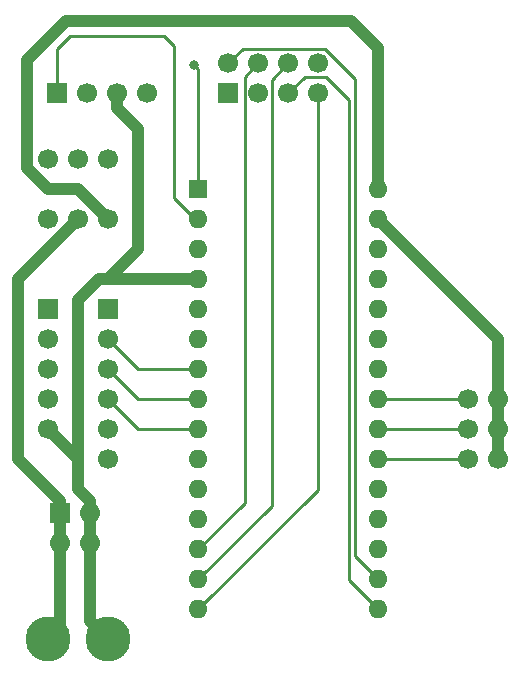
<source format=gbr>
%TF.GenerationSoftware,KiCad,Pcbnew,7.0.6*%
%TF.CreationDate,2023-11-15T18:28:15-08:00*%
%TF.ProjectId,Project 2,50726f6a-6563-4742-9032-2e6b69636164,rev?*%
%TF.SameCoordinates,Original*%
%TF.FileFunction,Copper,L1,Top*%
%TF.FilePolarity,Positive*%
%FSLAX46Y46*%
G04 Gerber Fmt 4.6, Leading zero omitted, Abs format (unit mm)*
G04 Created by KiCad (PCBNEW 7.0.6) date 2023-11-15 18:28:15*
%MOMM*%
%LPD*%
G01*
G04 APERTURE LIST*
%TA.AperFunction,ComponentPad*%
%ADD10C,1.700000*%
%TD*%
%TA.AperFunction,ComponentPad*%
%ADD11R,1.700000X1.700000*%
%TD*%
%TA.AperFunction,ComponentPad*%
%ADD12R,1.600000X1.600000*%
%TD*%
%TA.AperFunction,ComponentPad*%
%ADD13O,1.600000X1.600000*%
%TD*%
%TA.AperFunction,ComponentPad*%
%ADD14C,3.800000*%
%TD*%
%TA.AperFunction,ViaPad*%
%ADD15C,0.800000*%
%TD*%
%TA.AperFunction,Conductor*%
%ADD16C,1.000000*%
%TD*%
%TA.AperFunction,Conductor*%
%ADD17C,0.250000*%
%TD*%
G04 APERTURE END LIST*
D10*
%TO.P,REF\u002A\u002A,1*%
%TO.N,N/C*%
X170180000Y-81280000D03*
%TO.P,REF\u002A\u002A,2*%
X167640000Y-81280000D03*
%TO.P,REF\u002A\u002A,3*%
X170180000Y-83820000D03*
%TO.P,REF\u002A\u002A,4*%
X167640000Y-83820000D03*
%TO.P,REF\u002A\u002A,5*%
X170180000Y-86360000D03*
%TO.P,REF\u002A\u002A,6*%
X167640000Y-86360000D03*
%TD*%
D11*
%TO.P,REF\u002A\u002A,1*%
%TO.N,N/C*%
X133096000Y-90932000D03*
D10*
%TO.P,REF\u002A\u002A,2*%
X133096000Y-93472000D03*
%TO.P,REF\u002A\u002A,3*%
X135636000Y-90932000D03*
%TO.P,REF\u002A\u002A,4*%
X135636000Y-93472000D03*
%TD*%
D12*
%TO.P,A1,1*%
%TO.N,N/C*%
X144780000Y-63500000D03*
D13*
%TO.P,A1,2*%
X144780000Y-66040000D03*
%TO.P,A1,3*%
X144780000Y-68580000D03*
%TO.P,A1,4*%
X144780000Y-71120000D03*
%TO.P,A1,5*%
X144780000Y-73660000D03*
%TO.P,A1,6*%
X144780000Y-76200000D03*
%TO.P,A1,7*%
X144780000Y-78740000D03*
%TO.P,A1,8*%
X144780000Y-81280000D03*
%TO.P,A1,9*%
X144780000Y-83820000D03*
%TO.P,A1,10*%
X144780000Y-86360000D03*
%TO.P,A1,11*%
X144780000Y-88900000D03*
%TO.P,A1,12*%
X144780000Y-91440000D03*
%TO.P,A1,13*%
X144780000Y-93980000D03*
%TO.P,A1,14*%
X144780000Y-96520000D03*
%TO.P,A1,15*%
X144780000Y-99060000D03*
%TO.P,A1,16*%
X160020000Y-99060000D03*
%TO.P,A1,17*%
X160020000Y-96520000D03*
%TO.P,A1,18*%
X160020000Y-93980000D03*
%TO.P,A1,19*%
X160020000Y-91440000D03*
%TO.P,A1,20*%
X160020000Y-88900000D03*
%TO.P,A1,21*%
X160020000Y-86360000D03*
%TO.P,A1,22*%
X160020000Y-83820000D03*
%TO.P,A1,23*%
X160020000Y-81280000D03*
%TO.P,A1,24*%
X160020000Y-78740000D03*
%TO.P,A1,25*%
X160020000Y-76200000D03*
%TO.P,A1,26*%
X160020000Y-73660000D03*
%TO.P,A1,27*%
X160020000Y-71120000D03*
%TO.P,A1,28*%
X160020000Y-68580000D03*
%TO.P,A1,29*%
X160020000Y-66040000D03*
%TO.P,A1,30*%
X160020000Y-63500000D03*
%TD*%
D14*
%TO.P,Vin,1*%
%TO.N,N/C*%
X132080000Y-101600000D03*
%TD*%
D10*
%TO.P,SW_ECE411,1*%
%TO.N,N/C*%
X132080000Y-60960000D03*
%TO.P,SW_ECE411,2*%
X134620000Y-60960000D03*
%TO.P,SW_ECE411,3*%
X137160000Y-60960000D03*
%TO.P,SW_ECE411,4*%
X132080000Y-66040000D03*
%TO.P,SW_ECE411,5*%
X134620000Y-66040000D03*
%TO.P,SW_ECE411,6*%
X137160000Y-66040000D03*
%TD*%
D11*
%TO.P,Team 7,1*%
%TO.N,N/C*%
X132842000Y-55372000D03*
D10*
%TO.P,Team 7,2*%
X135382000Y-55372000D03*
%TO.P,Team 7,3*%
X137922000Y-55372000D03*
%TO.P,Team 7,4*%
X140462000Y-55372000D03*
%TD*%
%TO.P,ADXL335,5*%
%TO.N,N/C*%
X132080000Y-83820000D03*
%TO.P,ADXL335,4*%
X132080000Y-81280000D03*
%TO.P,ADXL335,3*%
X132080000Y-78740000D03*
%TO.P,ADXL335,2*%
X132080000Y-76200000D03*
D11*
%TO.P,ADXL335,1*%
X132080000Y-73660000D03*
%TD*%
%TO.P,NRF24L01,1*%
%TO.N,N/C*%
X147320000Y-55372000D03*
D10*
%TO.P,NRF24L01,2*%
X147320000Y-52832000D03*
%TO.P,NRF24L01,3*%
X149860000Y-55372000D03*
%TO.P,NRF24L01,4*%
X149860000Y-52832000D03*
%TO.P,NRF24L01,5*%
X152400000Y-55372000D03*
%TO.P,NRF24L01,6*%
X152400000Y-52832000D03*
%TO.P,NRF24L01,7*%
X154940000Y-55372000D03*
%TO.P,NRF24L01,8*%
X154940000Y-52832000D03*
%TD*%
D11*
%TO.P,L298N,1*%
%TO.N,N/C*%
X137160000Y-73660000D03*
D10*
%TO.P,L298N,2*%
X137160000Y-76200000D03*
%TO.P,L298N,3*%
X137160000Y-78740000D03*
%TO.P,L298N,4*%
X137160000Y-81280000D03*
%TO.P,L298N,5*%
X137160000Y-83820000D03*
%TO.P,L298N,6*%
X137160000Y-86360000D03*
%TD*%
D14*
%TO.P,GND,2*%
%TO.N,N/C*%
X137160000Y-101600000D03*
%TD*%
D15*
%TO.N,*%
X144373600Y-52933600D03*
%TD*%
D16*
%TO.N,*%
X134620000Y-88900000D02*
X134620000Y-86360000D01*
X135636000Y-89916000D02*
X134620000Y-88900000D01*
X135636000Y-90932000D02*
X135636000Y-89916000D01*
X134620000Y-72898000D02*
X136398000Y-71120000D01*
X136398000Y-71120000D02*
X137160000Y-71120000D01*
X134620000Y-86360000D02*
X134620000Y-72898000D01*
X157734000Y-49276000D02*
X160020000Y-51562000D01*
D17*
X167640000Y-81280000D02*
X160020000Y-81280000D01*
D16*
X137922000Y-56642000D02*
X137922000Y-55372000D01*
D17*
X142697200Y-51333400D02*
X141909800Y-50546000D01*
D16*
X130302000Y-52578000D02*
X133604000Y-49276000D01*
D17*
X139700000Y-83820000D02*
X137160000Y-81280000D01*
X150977600Y-90322400D02*
X150977600Y-54254400D01*
X157505400Y-55930800D02*
X155575000Y-54000400D01*
X158064200Y-54178200D02*
X155473400Y-51587400D01*
X132842000Y-51612800D02*
X132842000Y-55372000D01*
X144526000Y-66040000D02*
X142697200Y-64211200D01*
X144780000Y-53340000D02*
X144780000Y-63500000D01*
X154889200Y-88950800D02*
X154889200Y-88392000D01*
X141909800Y-50546000D02*
X133908800Y-50546000D01*
X144780000Y-81280000D02*
X139700000Y-81280000D01*
X155473400Y-51587400D02*
X148564600Y-51587400D01*
D16*
X135636000Y-93472000D02*
X135636000Y-100076000D01*
D17*
X157505400Y-96545400D02*
X157505400Y-55930800D01*
X144780000Y-99060000D02*
X154889200Y-88950800D01*
X154889200Y-88392000D02*
X154940000Y-88341200D01*
D16*
X139700000Y-68580000D02*
X139700000Y-58420000D01*
D17*
X153771600Y-54000400D02*
X152400000Y-55372000D01*
X144780000Y-93980000D02*
X148691600Y-90068400D01*
D16*
X133096000Y-93472000D02*
X133096000Y-100584000D01*
D17*
X167640000Y-83820000D02*
X160020000Y-83820000D01*
X155575000Y-54000400D02*
X153771600Y-54000400D01*
D16*
X132080000Y-63500000D02*
X130302000Y-61722000D01*
D17*
X139700000Y-78740000D02*
X137160000Y-76200000D01*
X144780000Y-78740000D02*
X139700000Y-78740000D01*
D16*
X137160000Y-66040000D02*
X134620000Y-63500000D01*
X134620000Y-86360000D02*
X132080000Y-83820000D01*
D17*
X148564600Y-51587400D02*
X147320000Y-52832000D01*
X144780000Y-83820000D02*
X139700000Y-83820000D01*
X144780000Y-96520000D02*
X150977600Y-90322400D01*
X150977600Y-54254400D02*
X152400000Y-52832000D01*
D16*
X133604000Y-49276000D02*
X157734000Y-49276000D01*
D17*
X133908800Y-50546000D02*
X132842000Y-51612800D01*
D16*
X137160000Y-71120000D02*
X139700000Y-68580000D01*
X129540000Y-86360000D02*
X133096000Y-89916000D01*
X170180000Y-81280000D02*
X170180000Y-76200000D01*
X135636000Y-100076000D02*
X137160000Y-101600000D01*
D17*
X158064200Y-94564200D02*
X158064200Y-54178200D01*
D16*
X170180000Y-86360000D02*
X170180000Y-83820000D01*
X133096000Y-90932000D02*
X133096000Y-93472000D01*
D17*
X144780000Y-66040000D02*
X144526000Y-66040000D01*
X154940000Y-88341200D02*
X154940000Y-55372000D01*
X142697200Y-64211200D02*
X142697200Y-51333400D01*
X167640000Y-86360000D02*
X160020000Y-86360000D01*
D16*
X160020000Y-51562000D02*
X160020000Y-63500000D01*
D17*
X139700000Y-81280000D02*
X137160000Y-78740000D01*
D16*
X134620000Y-63500000D02*
X132080000Y-63500000D01*
X129540000Y-71120000D02*
X129540000Y-86360000D01*
D17*
X160020000Y-96520000D02*
X158064200Y-94564200D01*
D16*
X135636000Y-93472000D02*
X135636000Y-90932000D01*
D17*
X148691600Y-90068400D02*
X148691600Y-54000400D01*
X144373600Y-52933600D02*
X144780000Y-53340000D01*
D16*
X133096000Y-89916000D02*
X133096000Y-90932000D01*
X133096000Y-100584000D02*
X132080000Y-101600000D01*
D17*
X160020000Y-99060000D02*
X157505400Y-96545400D01*
D16*
X170180000Y-83820000D02*
X170180000Y-81280000D01*
X137160000Y-71120000D02*
X144780000Y-71120000D01*
X134620000Y-66040000D02*
X129540000Y-71120000D01*
X139700000Y-58420000D02*
X137922000Y-56642000D01*
X170180000Y-76200000D02*
X160020000Y-66040000D01*
X130302000Y-61722000D02*
X130302000Y-52578000D01*
D17*
X148691600Y-54000400D02*
X149860000Y-52832000D01*
%TD*%
M02*

</source>
